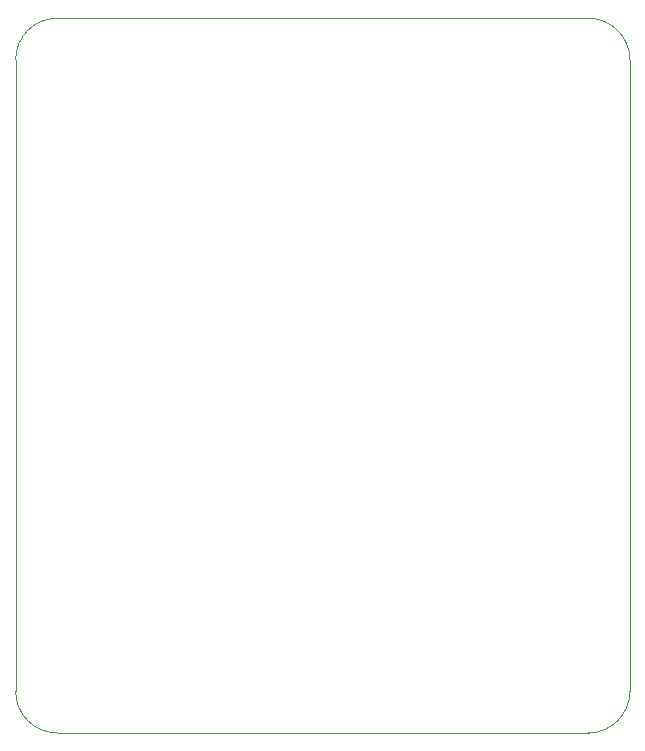
<source format=gm1>
%TF.GenerationSoftware,KiCad,Pcbnew,9.99.0-679-g5f620f0fa1*%
%TF.CreationDate,2025-04-01T17:44:38+06:00*%
%TF.ProjectId,hakko_station,68616b6b-6f5f-4737-9461-74696f6e2e6b,rev?*%
%TF.SameCoordinates,Original*%
%TF.FileFunction,Profile,NP*%
%FSLAX46Y46*%
G04 Gerber Fmt 4.6, Leading zero omitted, Abs format (unit mm)*
G04 Created by KiCad (PCBNEW 9.99.0-679-g5f620f0fa1) date 2025-04-01 17:44:38*
%MOMM*%
%LPD*%
G01*
G04 APERTURE LIST*
%TA.AperFunction,Profile*%
%ADD10C,0.050000*%
%TD*%
G04 APERTURE END LIST*
D10*
X71000000Y-71000000D02*
G75*
G02*
X74500000Y-67500000I3500000J0D01*
G01*
X123000000Y-124500000D02*
G75*
G02*
X119500000Y-128000000I-3500000J0D01*
G01*
X74500000Y-128000000D02*
G75*
G02*
X71000000Y-124500000I0J3500000D01*
G01*
X74500000Y-67500000D02*
X119500000Y-67500000D01*
X119500000Y-128000000D02*
X74500000Y-128000000D01*
X123000000Y-71000000D02*
X123000000Y-124500000D01*
X71000000Y-124500000D02*
X71000000Y-71000000D01*
X119500000Y-67500000D02*
G75*
G02*
X123000000Y-71000000I0J-3500000D01*
G01*
M02*

</source>
